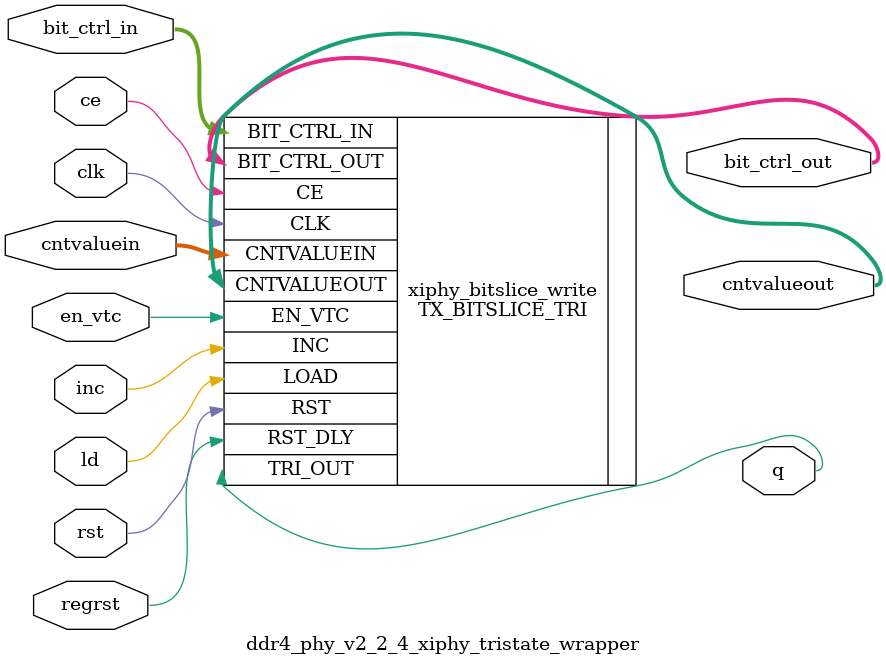
<source format=sv>

`timescale 1ps / 1ps

module ddr4_phy_v2_2_4_xiphy_tristate_wrapper #(

   parameter integer   DATA_WIDTH	= 8,           //8, 4, 1-bit interface 
   parameter           INIT             = 1'b0,        //Initial Oserdes value
   parameter           DELAY_TYPE       = "FIXED",     //FIXED, VAR_LOAD, VARIABLE type of ODELAY     
   parameter           DELAY_FORMAT     = "TIME",      //TIME (mc_fixed_dly_ratio = (2*9)*(1000000/REFCLK_FREQ/DELAY_VAL), COUNT (mc_fixed_delay_ratio={9'b0, DELAY_VAL})
   parameter           UPDATE_MODE      = "ASYNC",     //ASYNC (mc_le_manual=0,mc_le_async=1), SYNC(mc_le_manual=0,mc_le_sync=0), MANUAL (mc_le_manual=1,mc_le_async=0)
   parameter           DELAY_VAL        = 0,           //0 to 1250 ps
   parameter real      REFCLK_FREQ	= 300.0,       //300-2667 MHz
   parameter           OUTPUT_PHASE_90  = "FALSE",      //Delay DQ phase by 90 wrt write DQS
   parameter           NATIVE_ODELAY_BYPASS  = "FALSE",     //Delay DQ phase by 90 wrt write DQS
   parameter           SIM_DEVICE            = "ULTRASCALE"
) (
  input          ce,                 // odelay ce
  input          clk,                // odelay clk
  input          inc,                // odelay inc
  input          ld,                 // odelay ld
  input  [8:0]   cntvaluein,         // odelay 
  output [8:0]   cntvalueout,        // odelay cntvalueout
  output         q,                  // TX q output
  input          regrst,             // odelay reset
  input          rst,                // oserdes reset
  input          en_vtc,             // odelay en_vtc
  //Ribbon cable input bus from bitslice control 
//  input  [3:0]   nib_ctrl_in,        // {ddr_clk, div2_clk, div4_clk, ctrl_clk}  

  //Ribbon cable per-bit input bus from bitslice control 
  input  [39:0]  bit_ctrl_in,
  // {div4_clk, div2_clk, ddr_clk, force_oe_b, d[7:0], ctl2bs_tx_ddr_phase_sel, tx_bs_reset, tx_mux_360_p_sel, tx_mux_360_n_sel, tx_mux_720_p0_sel, tx_mux_720_p1_sel, tx_mux_720_p2_sel, tx_mux_720_p3_sel, 
  //toggle_div2_sel, ctl2bs_dynamic_mode_en, ctrl_ce, ctrl_inc, ctrl_ld, ctrl_dly[8:0], ctrl_clk}  

  //Ribbon cable per-bit output bus to bitslice control 
  //{bs2ctl_tx_ddr_phase_sel, vtc_ready, cntvalueout[8:0]}         
//  input  [10:0]  bit_ctrl_out 
  output  [39:0]  bit_ctrl_out

);

`ifdef ULTRASCALE_PHY_BLH
B_TX_BITSLICE_TRI #(
`else
TX_BITSLICE_TRI #(
`endif
   .DATA_WIDTH              (DATA_WIDTH),       //8, 2, 1
   .DELAY_FORMAT            (DELAY_FORMAT),     //TIME, COUNT
   .UPDATE_MODE             (UPDATE_MODE),      //SYNC, ASYNC, MANUAL 
   .INIT	                (INIT),             //Initial Oserdes value             
   .DELAY_TYPE   	        (DELAY_TYPE),       //FIXED, VAR_LOAD, VARIABLE
   .DELAY_VALUE	            (DELAY_VAL),        //0 to 1250 ps
   .REFCLK_FREQUENCY	    (REFCLK_FREQ),      //300-2667
   .OUTPUT_PHASE_90	        (OUTPUT_PHASE_90),   //delay output phase by 90
`ifndef ULTRASCALE_PHY_BLH
   .SIM_DEVICE              (SIM_DEVICE),
`endif
   .NATIVE_ODELAY_BYPASS    (NATIVE_ODELAY_BYPASS)
) 
xiphy_bitslice_write
(
   .CE                      (ce),
   .CLK                     (clk),
   .INC                     (inc),
   .LOAD                    (ld),
   .CNTVALUEIN              (cntvaluein),
   .CNTVALUEOUT             (cntvalueout),
   .TRI_OUT                 (q),
   .RST_DLY                 (regrst),
   .RST                     (rst),
   .EN_VTC                  (en_vtc),
 //  .NIB_CTRL_IN             (nib_ctrl_in),
   .BIT_CTRL_IN             (bit_ctrl_in),
   .BIT_CTRL_OUT            (bit_ctrl_out)
);

endmodule


</source>
